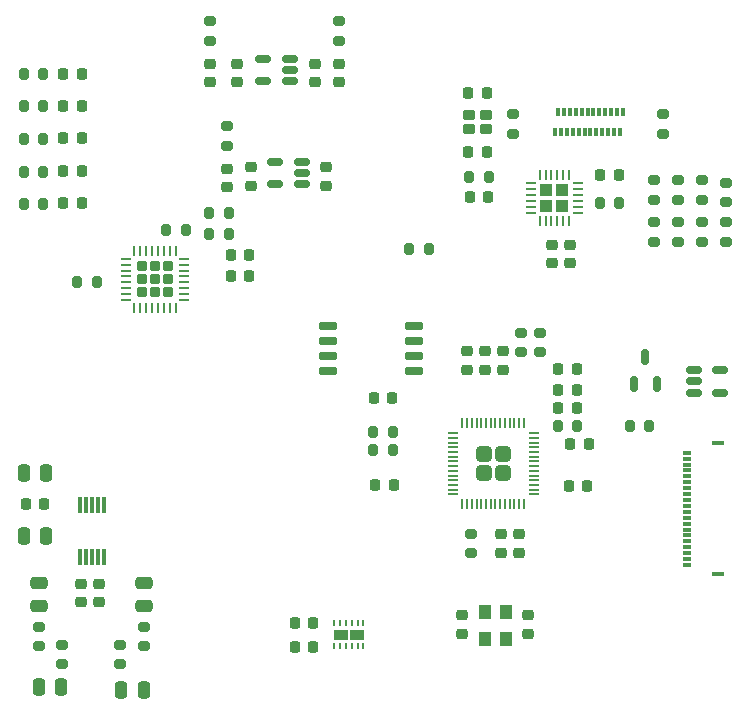
<source format=gtp>
G04 #@! TF.GenerationSoftware,KiCad,Pcbnew,7.0.5*
G04 #@! TF.CreationDate,2023-08-10T16:57:38+02:00*
G04 #@! TF.ProjectId,proto_pico,70726f74-6f5f-4706-9963-6f2e6b696361,rev?*
G04 #@! TF.SameCoordinates,Original*
G04 #@! TF.FileFunction,Paste,Top*
G04 #@! TF.FilePolarity,Positive*
%FSLAX46Y46*%
G04 Gerber Fmt 4.6, Leading zero omitted, Abs format (unit mm)*
G04 Created by KiCad (PCBNEW 7.0.5) date 2023-08-10 16:57:38*
%MOMM*%
%LPD*%
G01*
G04 APERTURE LIST*
G04 Aperture macros list*
%AMRoundRect*
0 Rectangle with rounded corners*
0 $1 Rounding radius*
0 $2 $3 $4 $5 $6 $7 $8 $9 X,Y pos of 4 corners*
0 Add a 4 corners polygon primitive as box body*
4,1,4,$2,$3,$4,$5,$6,$7,$8,$9,$2,$3,0*
0 Add four circle primitives for the rounded corners*
1,1,$1+$1,$2,$3*
1,1,$1+$1,$4,$5*
1,1,$1+$1,$6,$7*
1,1,$1+$1,$8,$9*
0 Add four rect primitives between the rounded corners*
20,1,$1+$1,$2,$3,$4,$5,0*
20,1,$1+$1,$4,$5,$6,$7,0*
20,1,$1+$1,$6,$7,$8,$9,0*
20,1,$1+$1,$8,$9,$2,$3,0*%
G04 Aperture macros list end*
%ADD10RoundRect,0.225000X0.225000X0.250000X-0.225000X0.250000X-0.225000X-0.250000X0.225000X-0.250000X0*%
%ADD11RoundRect,0.225000X-0.225000X-0.250000X0.225000X-0.250000X0.225000X0.250000X-0.225000X0.250000X0*%
%ADD12RoundRect,0.200000X-0.200000X-0.275000X0.200000X-0.275000X0.200000X0.275000X-0.200000X0.275000X0*%
%ADD13RoundRect,0.218750X-0.256250X0.218750X-0.256250X-0.218750X0.256250X-0.218750X0.256250X0.218750X0*%
%ADD14RoundRect,0.225000X-0.250000X0.225000X-0.250000X-0.225000X0.250000X-0.225000X0.250000X0.225000X0*%
%ADD15RoundRect,0.218750X-0.218750X-0.256250X0.218750X-0.256250X0.218750X0.256250X-0.218750X0.256250X0*%
%ADD16RoundRect,0.225000X0.250000X-0.225000X0.250000X0.225000X-0.250000X0.225000X-0.250000X-0.225000X0*%
%ADD17RoundRect,0.150000X0.150000X-0.512500X0.150000X0.512500X-0.150000X0.512500X-0.150000X-0.512500X0*%
%ADD18RoundRect,0.200000X0.275000X-0.200000X0.275000X0.200000X-0.275000X0.200000X-0.275000X-0.200000X0*%
%ADD19RoundRect,0.200000X0.200000X0.275000X-0.200000X0.275000X-0.200000X-0.275000X0.200000X-0.275000X0*%
%ADD20R,1.170000X0.950000*%
%ADD21R,0.250000X0.500000*%
%ADD22RoundRect,0.150000X-0.512500X-0.150000X0.512500X-0.150000X0.512500X0.150000X-0.512500X0.150000X0*%
%ADD23RoundRect,0.150000X0.512500X0.150000X-0.512500X0.150000X-0.512500X-0.150000X0.512500X-0.150000X0*%
%ADD24RoundRect,0.150000X-0.650000X-0.150000X0.650000X-0.150000X0.650000X0.150000X-0.650000X0.150000X0*%
%ADD25RoundRect,0.200000X-0.275000X0.200000X-0.275000X-0.200000X0.275000X-0.200000X0.275000X0.200000X0*%
%ADD26RoundRect,0.250000X0.475000X-0.250000X0.475000X0.250000X-0.475000X0.250000X-0.475000X-0.250000X0*%
%ADD27R,0.700000X0.300000*%
%ADD28R,1.000000X0.300000*%
%ADD29RoundRect,0.250000X-0.475000X0.250000X-0.475000X-0.250000X0.475000X-0.250000X0.475000X0.250000X0*%
%ADD30RoundRect,0.250000X0.250000X0.475000X-0.250000X0.475000X-0.250000X-0.475000X0.250000X-0.475000X0*%
%ADD31R,0.300000X1.400000*%
%ADD32RoundRect,0.102000X-0.373000X-0.323000X0.373000X-0.323000X0.373000X0.323000X-0.373000X0.323000X0*%
%ADD33R,1.100000X1.300000*%
%ADD34RoundRect,0.249999X-0.395001X-0.395001X0.395001X-0.395001X0.395001X0.395001X-0.395001X0.395001X0*%
%ADD35RoundRect,0.050000X-0.387500X-0.050000X0.387500X-0.050000X0.387500X0.050000X-0.387500X0.050000X0*%
%ADD36RoundRect,0.050000X-0.050000X-0.387500X0.050000X-0.387500X0.050000X0.387500X-0.050000X0.387500X0*%
%ADD37RoundRect,0.250000X-0.295000X-0.295000X0.295000X-0.295000X0.295000X0.295000X-0.295000X0.295000X0*%
%ADD38RoundRect,0.062500X-0.350000X-0.062500X0.350000X-0.062500X0.350000X0.062500X-0.350000X0.062500X0*%
%ADD39RoundRect,0.062500X-0.062500X-0.350000X0.062500X-0.350000X0.062500X0.350000X-0.062500X0.350000X0*%
%ADD40R,0.300000X0.700000*%
%ADD41RoundRect,0.222500X0.222500X0.222500X-0.222500X0.222500X-0.222500X-0.222500X0.222500X-0.222500X0*%
%ADD42RoundRect,0.062500X0.375000X0.062500X-0.375000X0.062500X-0.375000X-0.062500X0.375000X-0.062500X0*%
%ADD43RoundRect,0.062500X0.062500X0.375000X-0.062500X0.375000X-0.062500X-0.375000X0.062500X-0.375000X0*%
G04 APERTURE END LIST*
D10*
X185179000Y-120396000D03*
X183629000Y-120396000D03*
D11*
X155900000Y-107442000D03*
X157450000Y-107442000D03*
D12*
X187131000Y-103000000D03*
X188781000Y-103000000D03*
D13*
X155580500Y-100111500D03*
X155580500Y-101686500D03*
D14*
X184654000Y-106543000D03*
X184654000Y-108093000D03*
D10*
X185179000Y-118872000D03*
X183629000Y-118872000D03*
D15*
X141692500Y-92057000D03*
X143267500Y-92057000D03*
D16*
X178816000Y-132601000D03*
X178816000Y-131051000D03*
D17*
X190058000Y-118358500D03*
X191958000Y-118358500D03*
X191008000Y-116083500D03*
D18*
X146558000Y-142049000D03*
X146558000Y-140399000D03*
D19*
X169608000Y-122428000D03*
X167958000Y-122428000D03*
D13*
X154172500Y-91226500D03*
X154172500Y-92801500D03*
D20*
X165192500Y-139557500D03*
X166562500Y-139557500D03*
D21*
X164627500Y-140507500D03*
X165127500Y-140507500D03*
X165627500Y-140507500D03*
X166127500Y-140507500D03*
X166627500Y-140507500D03*
X167127500Y-140507500D03*
X167127500Y-138607500D03*
X166627500Y-138607500D03*
X166127500Y-138607500D03*
X165627500Y-138607500D03*
X165127500Y-138607500D03*
X164627500Y-138607500D03*
D14*
X144780000Y-135242000D03*
X144780000Y-136792000D03*
D18*
X193798000Y-102746000D03*
X193798000Y-101096000D03*
D11*
X168135000Y-126873000D03*
X169685000Y-126873000D03*
D22*
X195077500Y-117160000D03*
X195077500Y-118110000D03*
X195077500Y-119060000D03*
X197352500Y-119060000D03*
X197352500Y-117160000D03*
D19*
X155722000Y-103886000D03*
X154072000Y-103886000D03*
D18*
X195830000Y-106302000D03*
X195830000Y-104652000D03*
D13*
X165094500Y-91226500D03*
X165094500Y-92801500D03*
D19*
X152082000Y-105283000D03*
X150432000Y-105283000D03*
D23*
X161919500Y-101407000D03*
X161919500Y-100457000D03*
X161919500Y-99507000D03*
X159644500Y-99507000D03*
X159644500Y-101407000D03*
D19*
X140017000Y-103117000D03*
X138367000Y-103117000D03*
X140028500Y-92105000D03*
X138378500Y-92105000D03*
D24*
X164167000Y-113411000D03*
X164167000Y-114681000D03*
X164167000Y-115951000D03*
X164167000Y-117221000D03*
X171367000Y-117221000D03*
X171367000Y-115951000D03*
X171367000Y-114681000D03*
X171367000Y-113411000D03*
D11*
X187181000Y-100651000D03*
X188731000Y-100651000D03*
D23*
X160898000Y-92710000D03*
X160898000Y-91760000D03*
X160898000Y-90810000D03*
X158623000Y-90810000D03*
X158623000Y-92710000D03*
D18*
X197862000Y-106302000D03*
X197862000Y-104652000D03*
X154172500Y-89283000D03*
X154172500Y-87633000D03*
D25*
X176276000Y-131001000D03*
X176276000Y-132651000D03*
D26*
X139700000Y-137094000D03*
X139700000Y-135194000D03*
D27*
X194538000Y-133655000D03*
X194538000Y-133155000D03*
X194538000Y-132655000D03*
X194538000Y-132155000D03*
X194538000Y-131655000D03*
X194538000Y-131155000D03*
X194538000Y-130655000D03*
X194538000Y-130155000D03*
X194538000Y-129655000D03*
X194538000Y-129155000D03*
X194538000Y-128655000D03*
X194538000Y-128155000D03*
X194538000Y-127655000D03*
X194538000Y-127155000D03*
X194538000Y-126655000D03*
X194538000Y-126155000D03*
X194538000Y-125655000D03*
X194538000Y-125155000D03*
X194538000Y-124655000D03*
X194538000Y-124155000D03*
D28*
X197188000Y-134445000D03*
X197188000Y-123365000D03*
D29*
X148590000Y-135194000D03*
X148590000Y-137094000D03*
D14*
X181102000Y-137909000D03*
X181102000Y-139459000D03*
D25*
X141605000Y-140399000D03*
X141605000Y-142049000D03*
D15*
X141706500Y-103033000D03*
X143281500Y-103033000D03*
D14*
X183130000Y-106543000D03*
X183130000Y-108093000D03*
D25*
X179750000Y-95487000D03*
X179750000Y-97137000D03*
D14*
X175895000Y-115557000D03*
X175895000Y-117107000D03*
D19*
X169608000Y-123952000D03*
X167958000Y-123952000D03*
D18*
X155580500Y-98168000D03*
X155580500Y-96518000D03*
X191766000Y-106302000D03*
X191766000Y-104652000D03*
X193798000Y-106302000D03*
X193798000Y-104652000D03*
X197862000Y-102937000D03*
X197862000Y-101287000D03*
D30*
X141539000Y-144018000D03*
X139639000Y-144018000D03*
X140269000Y-125857000D03*
X138369000Y-125857000D03*
D31*
X145145000Y-128610000D03*
X144645000Y-128610000D03*
X144145000Y-128610000D03*
X143645000Y-128610000D03*
X143145000Y-128610000D03*
X143145000Y-133010000D03*
X143645000Y-133010000D03*
X144145000Y-133010000D03*
X144645000Y-133010000D03*
X145145000Y-133010000D03*
D16*
X157612500Y-101552000D03*
X157612500Y-100002000D03*
D10*
X177559000Y-98679000D03*
X176009000Y-98679000D03*
D18*
X192450000Y-97137000D03*
X192450000Y-95487000D03*
D10*
X140094000Y-128524000D03*
X138544000Y-128524000D03*
D32*
X176059000Y-96714000D03*
X177509000Y-96714000D03*
X177509000Y-95564000D03*
X176059000Y-95564000D03*
D19*
X140017000Y-97566000D03*
X138367000Y-97566000D03*
D16*
X156458500Y-92789000D03*
X156458500Y-91239000D03*
D33*
X177419000Y-137615000D03*
X177419000Y-139915000D03*
X179219000Y-139915000D03*
X179219000Y-137615000D03*
D15*
X141706500Y-97536000D03*
X143281500Y-97536000D03*
D10*
X186195000Y-123444000D03*
X184645000Y-123444000D03*
D34*
X177308000Y-124286500D03*
X177308000Y-125886500D03*
X178908000Y-124286500D03*
X178908000Y-125886500D03*
D35*
X174670500Y-122486500D03*
X174670500Y-122886500D03*
X174670500Y-123286500D03*
X174670500Y-123686500D03*
X174670500Y-124086500D03*
X174670500Y-124486500D03*
X174670500Y-124886500D03*
X174670500Y-125286500D03*
X174670500Y-125686500D03*
X174670500Y-126086500D03*
X174670500Y-126486500D03*
X174670500Y-126886500D03*
X174670500Y-127286500D03*
X174670500Y-127686500D03*
D36*
X175508000Y-128524000D03*
X175908000Y-128524000D03*
X176308000Y-128524000D03*
X176708000Y-128524000D03*
X177108000Y-128524000D03*
X177508000Y-128524000D03*
X177908000Y-128524000D03*
X178308000Y-128524000D03*
X178708000Y-128524000D03*
X179108000Y-128524000D03*
X179508000Y-128524000D03*
X179908000Y-128524000D03*
X180308000Y-128524000D03*
X180708000Y-128524000D03*
D35*
X181545500Y-127686500D03*
X181545500Y-127286500D03*
X181545500Y-126886500D03*
X181545500Y-126486500D03*
X181545500Y-126086500D03*
X181545500Y-125686500D03*
X181545500Y-125286500D03*
X181545500Y-124886500D03*
X181545500Y-124486500D03*
X181545500Y-124086500D03*
X181545500Y-123686500D03*
X181545500Y-123286500D03*
X181545500Y-122886500D03*
X181545500Y-122486500D03*
D36*
X180708000Y-121649000D03*
X180308000Y-121649000D03*
X179908000Y-121649000D03*
X179508000Y-121649000D03*
X179108000Y-121649000D03*
X178708000Y-121649000D03*
X178308000Y-121649000D03*
X177908000Y-121649000D03*
X177508000Y-121649000D03*
X177108000Y-121649000D03*
X176708000Y-121649000D03*
X176308000Y-121649000D03*
X175908000Y-121649000D03*
X175508000Y-121649000D03*
D30*
X140269000Y-131191000D03*
X138369000Y-131191000D03*
D16*
X163062500Y-92789000D03*
X163062500Y-91239000D03*
D18*
X148590000Y-140525000D03*
X148590000Y-138875000D03*
D16*
X180340000Y-132601000D03*
X180340000Y-131051000D03*
D19*
X177736000Y-100774000D03*
X176086000Y-100774000D03*
D18*
X195830000Y-102746000D03*
X195830000Y-101096000D03*
D12*
X142896000Y-109728000D03*
X144546000Y-109728000D03*
D14*
X143256000Y-135242000D03*
X143256000Y-136792000D03*
D16*
X175514000Y-139459000D03*
X175514000Y-137909000D03*
D37*
X182622000Y-101921000D03*
X182622000Y-103271000D03*
X183972000Y-101921000D03*
X183972000Y-103271000D03*
D38*
X181334500Y-101346000D03*
X181334500Y-101846000D03*
X181334500Y-102346000D03*
X181334500Y-102846000D03*
X181334500Y-103346000D03*
X181334500Y-103846000D03*
D39*
X182047000Y-104558500D03*
X182547000Y-104558500D03*
X183047000Y-104558500D03*
X183547000Y-104558500D03*
X184047000Y-104558500D03*
X184547000Y-104558500D03*
D38*
X185259500Y-103846000D03*
X185259500Y-103346000D03*
X185259500Y-102846000D03*
X185259500Y-102346000D03*
X185259500Y-101846000D03*
X185259500Y-101346000D03*
D39*
X184547000Y-100633500D03*
X184047000Y-100633500D03*
X183547000Y-100633500D03*
X183047000Y-100633500D03*
X182547000Y-100633500D03*
X182047000Y-100633500D03*
D10*
X162854500Y-140639500D03*
X161304500Y-140639500D03*
D18*
X180467000Y-115633000D03*
X180467000Y-113983000D03*
D40*
X188850000Y-97014000D03*
X188350000Y-97014000D03*
X187850000Y-97014000D03*
X187350000Y-97014000D03*
X186850000Y-97014000D03*
X186350000Y-97014000D03*
X185850000Y-97014000D03*
X185350000Y-97014000D03*
X184850000Y-97014000D03*
X184350000Y-97014000D03*
X183850000Y-97014000D03*
X183350000Y-97014000D03*
X183600000Y-95314000D03*
X184100000Y-95314000D03*
X184600000Y-95314000D03*
X185100000Y-95314000D03*
X185600000Y-95314000D03*
X186100000Y-95314000D03*
X186600000Y-95314000D03*
X187100000Y-95314000D03*
X187600000Y-95314000D03*
X188100000Y-95314000D03*
X188600000Y-95314000D03*
X189100000Y-95314000D03*
D41*
X150579000Y-110574000D03*
X150579000Y-109474000D03*
X150579000Y-108374000D03*
X149479000Y-110574000D03*
X149479000Y-109474000D03*
X149479000Y-108374000D03*
X148379000Y-110574000D03*
X148379000Y-109474000D03*
X148379000Y-108374000D03*
D42*
X151916500Y-111224000D03*
X151916500Y-110724000D03*
X151916500Y-110224000D03*
X151916500Y-109724000D03*
X151916500Y-109224000D03*
X151916500Y-108724000D03*
X151916500Y-108224000D03*
X151916500Y-107724000D03*
D43*
X151229000Y-107036500D03*
X150729000Y-107036500D03*
X150229000Y-107036500D03*
X149729000Y-107036500D03*
X149229000Y-107036500D03*
X148729000Y-107036500D03*
X148229000Y-107036500D03*
X147729000Y-107036500D03*
D42*
X147041500Y-107724000D03*
X147041500Y-108224000D03*
X147041500Y-108724000D03*
X147041500Y-109224000D03*
X147041500Y-109724000D03*
X147041500Y-110224000D03*
X147041500Y-110724000D03*
X147041500Y-111224000D03*
D43*
X147729000Y-111911500D03*
X148229000Y-111911500D03*
X148729000Y-111911500D03*
X149229000Y-111911500D03*
X149729000Y-111911500D03*
X150229000Y-111911500D03*
X150729000Y-111911500D03*
X151229000Y-111911500D03*
D30*
X148524000Y-144272000D03*
X146624000Y-144272000D03*
D11*
X155900000Y-109220000D03*
X157450000Y-109220000D03*
D15*
X141692500Y-94772000D03*
X143267500Y-94772000D03*
D25*
X191766000Y-101096000D03*
X191766000Y-102746000D03*
D19*
X155722000Y-105664000D03*
X154072000Y-105664000D03*
D25*
X165094500Y-87633000D03*
X165094500Y-89283000D03*
D14*
X178943000Y-115557000D03*
X178943000Y-117107000D03*
D18*
X182118000Y-115633000D03*
X182118000Y-113983000D03*
D12*
X183579000Y-121920000D03*
X185229000Y-121920000D03*
D10*
X177686000Y-102489000D03*
X176136000Y-102489000D03*
X186068000Y-127000000D03*
X184518000Y-127000000D03*
D19*
X140017000Y-94772000D03*
X138367000Y-94772000D03*
D15*
X141706500Y-100323000D03*
X143281500Y-100323000D03*
D12*
X171006000Y-106934000D03*
X172656000Y-106934000D03*
D18*
X139700000Y-140525000D03*
X139700000Y-138875000D03*
D11*
X176009000Y-93726000D03*
X177559000Y-93726000D03*
D16*
X163962500Y-101552000D03*
X163962500Y-100002000D03*
D19*
X140017000Y-100346000D03*
X138367000Y-100346000D03*
D10*
X185179000Y-117094000D03*
X183629000Y-117094000D03*
D12*
X189675000Y-121920000D03*
X191325000Y-121920000D03*
D14*
X177419000Y-115557000D03*
X177419000Y-117107000D03*
D11*
X168008000Y-119507000D03*
X169558000Y-119507000D03*
D10*
X162854500Y-138607500D03*
X161304500Y-138607500D03*
M02*

</source>
